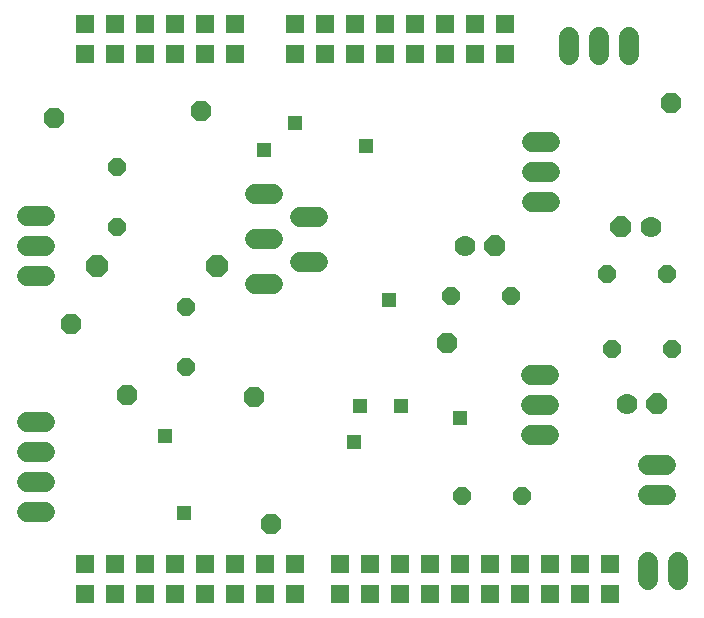
<source format=gbs>
G75*
%MOIN*%
%OFA0B0*%
%FSLAX25Y25*%
%IPPOS*%
%LPD*%
%AMOC8*
5,1,8,0,0,1.08239X$1,22.5*
%
%ADD10C,0.06800*%
%ADD11OC8,0.07296*%
%ADD12C,0.07000*%
%ADD13OC8,0.07000*%
%ADD14R,0.06343X0.06343*%
%ADD15OC8,0.06000*%
%ADD16OC8,0.06800*%
%ADD17R,0.04762X0.04762*%
D10*
X0124044Y0074528D02*
X0130044Y0074528D01*
X0130044Y0084528D02*
X0124044Y0084528D01*
X0124044Y0094528D02*
X0130044Y0094528D01*
X0130044Y0104528D02*
X0124044Y0104528D01*
X0124044Y0153425D02*
X0130044Y0153425D01*
X0130044Y0163425D02*
X0124044Y0163425D01*
X0124044Y0173425D02*
X0130044Y0173425D01*
X0200036Y0180557D02*
X0206036Y0180557D01*
X0215036Y0173057D02*
X0221036Y0173057D01*
X0206036Y0165557D02*
X0200036Y0165557D01*
X0215036Y0158057D02*
X0221036Y0158057D01*
X0206036Y0150557D02*
X0200036Y0150557D01*
X0292501Y0177882D02*
X0298501Y0177882D01*
X0298501Y0187882D02*
X0292501Y0187882D01*
X0292501Y0197882D02*
X0298501Y0197882D01*
X0304839Y0227079D02*
X0304839Y0233079D01*
X0314839Y0233079D02*
X0314839Y0227079D01*
X0324839Y0227079D02*
X0324839Y0233079D01*
X0298003Y0120476D02*
X0292003Y0120476D01*
X0292003Y0110476D02*
X0298003Y0110476D01*
X0298003Y0100476D02*
X0292003Y0100476D01*
X0330973Y0090276D02*
X0336973Y0090276D01*
X0336973Y0080276D02*
X0330973Y0080276D01*
X0330942Y0058000D02*
X0330942Y0052000D01*
X0340942Y0052000D02*
X0340942Y0058000D01*
D11*
X0187426Y0156777D03*
X0147426Y0156777D03*
D12*
X0270131Y0163331D03*
X0331942Y0169709D03*
X0324051Y0110555D03*
D13*
X0334051Y0110555D03*
X0280131Y0163331D03*
X0321942Y0169709D03*
D14*
X0283225Y0227402D03*
X0273225Y0227402D03*
X0273225Y0237402D03*
X0283225Y0237402D03*
X0263225Y0237402D03*
X0253225Y0237402D03*
X0243225Y0237402D03*
X0233225Y0237402D03*
X0223225Y0237402D03*
X0213225Y0237402D03*
X0213225Y0227402D03*
X0223225Y0227402D03*
X0233225Y0227402D03*
X0243225Y0227402D03*
X0253225Y0227402D03*
X0263225Y0227402D03*
X0193225Y0227402D03*
X0193225Y0237402D03*
X0183225Y0237402D03*
X0173225Y0237402D03*
X0163225Y0237402D03*
X0153225Y0237402D03*
X0143225Y0237402D03*
X0143225Y0227402D03*
X0153225Y0227402D03*
X0163225Y0227402D03*
X0173225Y0227402D03*
X0183225Y0227402D03*
X0183225Y0057402D03*
X0173225Y0057402D03*
X0163225Y0057402D03*
X0153225Y0057402D03*
X0143225Y0057402D03*
X0143225Y0047402D03*
X0153225Y0047402D03*
X0163225Y0047402D03*
X0173225Y0047402D03*
X0183225Y0047402D03*
X0193225Y0047402D03*
X0203225Y0047402D03*
X0203225Y0057402D03*
X0193225Y0057402D03*
X0213225Y0057402D03*
X0213225Y0047402D03*
X0228225Y0047402D03*
X0238225Y0047402D03*
X0238225Y0057402D03*
X0228225Y0057402D03*
X0248225Y0057402D03*
X0258225Y0057402D03*
X0268225Y0057402D03*
X0278225Y0057402D03*
X0288225Y0057402D03*
X0298225Y0057402D03*
X0308225Y0057402D03*
X0318225Y0057402D03*
X0318225Y0047402D03*
X0308225Y0047402D03*
X0298225Y0047402D03*
X0288225Y0047402D03*
X0278225Y0047402D03*
X0268225Y0047402D03*
X0258225Y0047402D03*
X0248225Y0047402D03*
D15*
X0269019Y0079925D03*
X0289019Y0079925D03*
X0319019Y0128941D03*
X0339019Y0128941D03*
X0337469Y0153984D03*
X0317469Y0153984D03*
X0285501Y0146504D03*
X0265501Y0146504D03*
X0177162Y0143110D03*
X0177162Y0123110D03*
X0153934Y0169567D03*
X0153934Y0189567D03*
D16*
X0133068Y0205945D03*
X0181886Y0208307D03*
X0138579Y0137441D03*
X0157477Y0113819D03*
X0199603Y0113031D03*
X0205509Y0070512D03*
X0264170Y0131142D03*
X0338579Y0211063D03*
D17*
X0244879Y0145315D03*
X0248816Y0109882D03*
X0235036Y0109882D03*
X0233068Y0098071D03*
X0268501Y0105945D03*
X0176375Y0074449D03*
X0170075Y0100039D03*
X0203146Y0195315D03*
X0213383Y0204370D03*
X0237005Y0196496D03*
M02*

</source>
